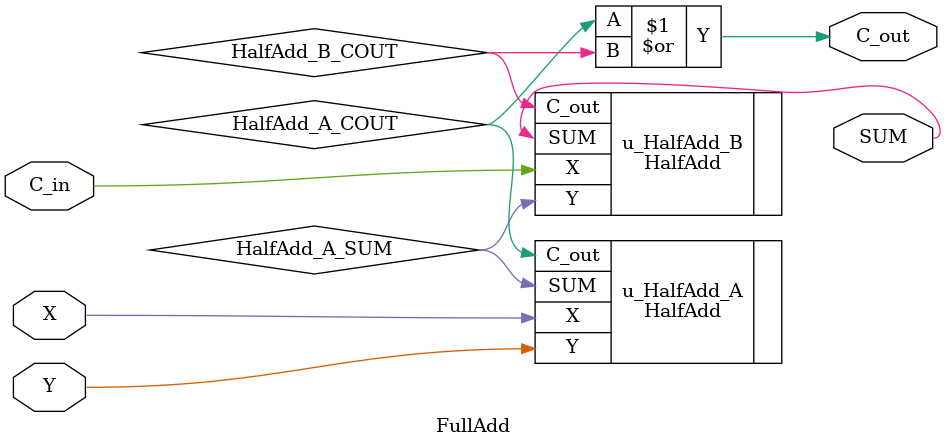
<source format=v>
module FullAdd (X, Y, C_in, SUM, C_out);

input X;
input Y;
input C_in;
output SUM;
output C_out;

wire HalfAdd_A_SUM;
wire HalfAdd_A_COUT;
wire HalfAdd_B_COUT;

HalfAdd u_HalfAdd_A (
   .X(X),
   .Y(Y),
   .SUM(HalfAdd_A_SUM),
   .C_out(HalfAdd_A_COUT) 
);

HalfAdd u_HalfAdd_B (
   .X(C_in),
   .Y(HalfAdd_A_SUM),
   .SUM(SUM),
   .C_out(HalfAdd_B_COUT) 
);

assign C_out = HalfAdd_A_COUT | HalfAdd_B_COUT;

endmodule

</source>
